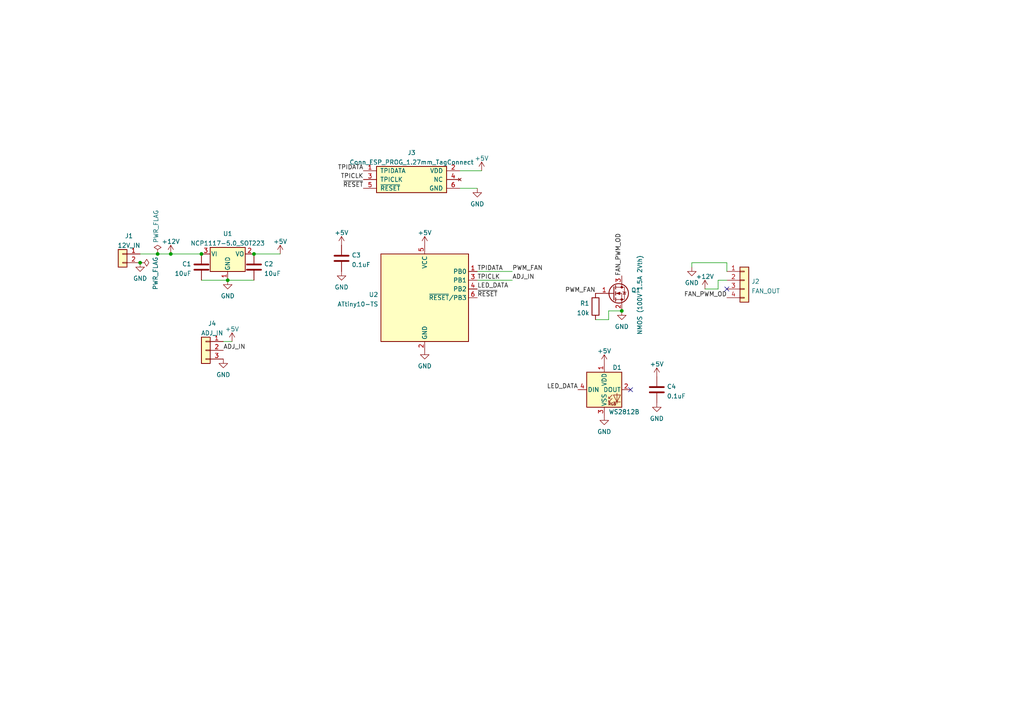
<source format=kicad_sch>
(kicad_sch (version 20210621) (generator eeschema)
  (paper "A4")
  (title_block (title "PWM Fan Controller") (date "2021-10-19") (rev "1") (company "GIE Design"))
  (lib_symbols
    (symbol "0-GIE_Connector_Debug1:Conn_TPI_PROG_1.27mm_TagConnect" (pin_names (offset 1.016))
      (property "Reference" "J3" (at 0 7.7766 0))
      (property "Value" "Conn_TPI_PROG_1.27mm_TagConnect" (at 0 5.0015 0))
      (symbol "Conn_TPI_PROG_1.27mm_TagConnect_1_1"
        (rectangle (start -10.16 3.81) (end 10.16 -3.81) (stroke (width 0.254)) (fill (type background)))
        (pin bidirectional line (at -13.97 2.54 0) (length 3.81) (name "TPIDATA") (number "1"))
        (pin power_in line (at 13.97 2.54 180) (length 3.81) (name "VDD") (number "2"))
        (pin output line (at -13.97 0 0) (length 3.81) (name "TPICLK") (number "3"))
        (pin no_connect line (at 13.97 0 180) (length 3.81) (name "NC") (number "4"))
        (pin output line (at -13.97 -2.54 0) (length 3.81) (name "~{RESET}") (number "5"))
        (pin power_in line (at 13.97 -2.54 180) (length 3.81) (name "GND") (number "6"))
      )
    )
    (symbol "0-GIE_SMD_Passive:C" (pin_numbers hide) (pin_names (offset 0.254))
      (property "Reference" "C" (at 0.635 2.54 0))
      (property "Value" "C" (at 0.635 -2.54 0))
      (symbol "C_0_1"
        (polyline (pts (xy -2.032 -0.762) (xy 2.032 -0.762)) (stroke (width 0.508)))
        (polyline (pts (xy -2.032 0.762) (xy 2.032 0.762)) (stroke (width 0.508)))
      )
      (symbol "C_1_1"
        (pin passive line (at 0 3.81 270) (length 2.794) (name "~") (number "1"))
        (pin passive line (at 0 -3.81 90) (length 2.794) (name "~") (number "2"))
      )
    )
    (symbol "Connector_Generic:Conn_01x02" (pin_names (offset 1.016) hide)
      (property "Reference" "J" (at 0 2.54 0))
      (property "Value" "Conn_01x02" (at 0 -5.08 0))
      (symbol "Conn_01x02_1_1"
        (rectangle (start -1.27 -2.413) (end 0 -2.667) (stroke (width 0.1524)))
        (rectangle (start -1.27 0.127) (end 0 -0.127) (stroke (width 0.1524)))
        (rectangle (start -1.27 1.27) (end 1.27 -3.81) (stroke (width 0.254)) (fill (type background)))
        (pin passive line (at -5.08 0 0) (length 3.81) (name "Pin_1") (number "1"))
        (pin passive line (at -5.08 -2.54 0) (length 3.81) (name "Pin_2") (number "2"))
      )
    )
    (symbol "Connector_Generic:Conn_01x03" (pin_names (offset 1.016) hide)
      (property "Reference" "J" (at 0 5.08 0))
      (property "Value" "Conn_01x03" (at 0 -5.08 0))
      (symbol "Conn_01x03_1_1"
        (rectangle (start -1.27 -2.413) (end 0 -2.667) (stroke (width 0.1524)))
        (rectangle (start -1.27 0.127) (end 0 -0.127) (stroke (width 0.1524)))
        (rectangle (start -1.27 2.667) (end 0 2.413) (stroke (width 0.1524)))
        (rectangle (start -1.27 3.81) (end 1.27 -3.81) (stroke (width 0.254)) (fill (type background)))
        (pin passive line (at -5.08 2.54 0) (length 3.81) (name "Pin_1") (number "1"))
        (pin passive line (at -5.08 0 0) (length 3.81) (name "Pin_2") (number "2"))
        (pin passive line (at -5.08 -2.54 0) (length 3.81) (name "Pin_3") (number "3"))
      )
    )
    (symbol "Connector_Generic:Conn_01x04" (pin_names (offset 1.016) hide)
      (property "Reference" "J" (at 0 5.08 0))
      (property "Value" "Conn_01x04" (at 0 -7.62 0))
      (symbol "Conn_01x04_1_1"
        (rectangle (start -1.27 -4.953) (end 0 -5.207) (stroke (width 0.1524)))
        (rectangle (start -1.27 -2.413) (end 0 -2.667) (stroke (width 0.1524)))
        (rectangle (start -1.27 0.127) (end 0 -0.127) (stroke (width 0.1524)))
        (rectangle (start -1.27 2.667) (end 0 2.413) (stroke (width 0.1524)))
        (rectangle (start -1.27 3.81) (end 1.27 -6.35) (stroke (width 0.254)) (fill (type background)))
        (pin passive line (at -5.08 2.54 0) (length 3.81) (name "Pin_1") (number "1"))
        (pin passive line (at -5.08 0 0) (length 3.81) (name "Pin_2") (number "2"))
        (pin passive line (at -5.08 -2.54 0) (length 3.81) (name "Pin_3") (number "3"))
        (pin passive line (at -5.08 -5.08 0) (length 3.81) (name "Pin_4") (number "4"))
      )
    )
    (symbol "Device:Q_NMOS_GSD" (pin_names (offset 0) hide)
      (property "Reference" "Q" (at 5.08 1.27 0))
      (property "Value" "Q_NMOS_GSD" (at 5.08 -1.27 0))
      (symbol "Q_NMOS_GSD_0_1"
        (circle (center 1.651 0) (radius 2.8194) (stroke (width 0.254)))
        (circle (center 2.54 -1.778) (radius 0.2794) (fill (type outline)))
        (circle (center 2.54 1.778) (radius 0.2794) (fill (type outline)))
        (polyline (pts (xy 0.0508 0) (xy 0.254 0)))
        (polyline (pts (xy 0.762 -1.778) (xy 2.54 -1.778)))
        (polyline (pts (xy 0.762 -1.27) (xy 0.762 -2.286)) (stroke (width 0.254)))
        (polyline (pts (xy 0.762 0) (xy 2.54 0)))
        (polyline (pts (xy 0.762 0.508) (xy 0.762 -0.508)) (stroke (width 0.254)))
        (polyline (pts (xy 0.762 1.778) (xy 2.54 1.778)))
        (polyline (pts (xy 0.762 2.286) (xy 0.762 1.27)) (stroke (width 0.254)))
        (polyline (pts (xy 2.54 -1.778) (xy 2.54 -2.54)))
        (polyline (pts (xy 2.54 -1.778) (xy 2.54 0)))
        (polyline (pts (xy 2.54 2.54) (xy 2.54 1.778)))
        (polyline (pts (xy 0.254 1.905) (xy 0.254 -1.905) (xy 0.254 -1.905)) (stroke (width 0.254)))
        (polyline (pts (xy 2.54 -1.778) (xy 3.302 -1.778) (xy 3.302 1.778) (xy 2.54 1.778)))
        (polyline (pts (xy 2.794 0.508) (xy 2.921 0.381) (xy 3.683 0.381) (xy 3.81 0.254)))
        (polyline (pts (xy 3.302 0.381) (xy 2.921 -0.254) (xy 3.683 -0.254) (xy 3.302 0.381)))
        (polyline (pts (xy 1.016 0) (xy 2.032 0.381) (xy 2.032 -0.381) (xy 1.016 0)) (fill (type outline)))
      )
      (symbol "Q_NMOS_GSD_1_1"
        (pin input line (at -5.08 0 0) (length 5.08) (name "G") (number "1"))
        (pin passive line (at 2.54 -5.08 90) (length 2.54) (name "S") (number "2"))
        (pin passive line (at 2.54 5.08 270) (length 2.54) (name "D") (number "3"))
      )
    )
    (symbol "Device:R" (pin_numbers hide) (pin_names (offset 0))
      (property "Reference" "R" (at 2.032 0 90))
      (property "Value" "R" (at 0 0 90))
      (symbol "R_0_1"
        (rectangle (start -1.016 -2.54) (end 1.016 2.54) (stroke (width 0.254)))
      )
      (symbol "R_1_1"
        (pin passive line (at 0 3.81 270) (length 1.27) (name "~") (number "1"))
        (pin passive line (at 0 -3.81 90) (length 1.27) (name "~") (number "2"))
      )
    )
    (symbol "LED:WS2812B" (pin_names (offset 0.254))
      (property "Reference" "D" (at 5.08 5.715 0))
      (property "Value" "WS2812B" (at 1.27 -5.715 0))
      (symbol "WS2812B_0_0"
        (text "RGB" (at 2.286 -4.191 0) (effects (font (size 0.762 0.762))))
      )
      (symbol "WS2812B_0_1"
        (rectangle (start 5.08 5.08) (end -5.08 -5.08) (stroke (width 0.254)) (fill (type background)))
        (polyline (pts (xy 1.27 -3.556) (xy 1.778 -3.556)))
        (polyline (pts (xy 1.27 -2.54) (xy 1.778 -2.54)))
        (polyline (pts (xy 4.699 -3.556) (xy 2.667 -3.556)))
        (polyline (pts (xy 2.286 -2.54) (xy 1.27 -3.556) (xy 1.27 -3.048)))
        (polyline (pts (xy 2.286 -1.524) (xy 1.27 -2.54) (xy 1.27 -2.032)))
        (polyline (pts (xy 3.683 -1.016) (xy 3.683 -3.556) (xy 3.683 -4.064)))
        (polyline (pts (xy 4.699 -1.524) (xy 2.667 -1.524) (xy 3.683 -3.556) (xy 4.699 -1.524)))
      )
      (symbol "WS2812B_1_1"
        (pin power_in line (at 0 7.62 270) (length 2.54) (name "VDD") (number "1"))
        (pin output line (at 7.62 0 180) (length 2.54) (name "DOUT") (number "2"))
        (pin power_in line (at 0 -7.62 90) (length 2.54) (name "VSS") (number "3"))
        (pin input line (at -7.62 0 0) (length 2.54) (name "DIN") (number "4"))
      )
    )
    (symbol "MCU_Microchip_ATtiny:ATtiny10-TS"
      (property "Reference" "U" (at -12.7 13.97 0))
      (property "Value" "ATtiny10-TS" (at 2.54 -13.97 0))
      (symbol "ATtiny10-TS_0_1"
        (rectangle (start -12.7 -12.7) (end 12.7 12.7) (stroke (width 0.254)) (fill (type background)))
      )
      (symbol "ATtiny10-TS_1_1"
        (pin tri_state line (at 15.24 7.62 180) (length 2.54) (name "PB0") (number "1"))
        (pin power_in line (at 0 -15.24 90) (length 2.54) (name "GND") (number "2"))
        (pin tri_state line (at 15.24 5.08 180) (length 2.54) (name "PB1") (number "3"))
        (pin tri_state line (at 15.24 2.54 180) (length 2.54) (name "PB2") (number "4"))
        (pin power_in line (at 0 15.24 270) (length 2.54) (name "VCC") (number "5"))
        (pin tri_state line (at 15.24 0 180) (length 2.54) (name "~{RESET}/PB3") (number "6"))
      )
    )
    (symbol "Regulator_Linear:NCP1117-5.0_SOT223" (pin_names (offset 0.254))
      (property "Reference" "U" (at -3.81 3.175 0))
      (property "Value" "NCP1117-5.0_SOT223" (at 0 3.175 0))
      (symbol "NCP1117-5.0_SOT223_0_1"
        (rectangle (start -5.08 -5.08) (end 5.08 1.905) (stroke (width 0.254)) (fill (type background)))
      )
      (symbol "NCP1117-5.0_SOT223_1_1"
        (pin power_in line (at 0 -7.62 90) (length 2.54) (name "GND") (number "1"))
        (pin power_out line (at 7.62 0 180) (length 2.54) (name "VO") (number "2"))
        (pin power_in line (at -7.62 0 0) (length 2.54) (name "VI") (number "3"))
      )
    )
    (symbol "power:+12V" (power) (pin_names (offset 0))
      (property "Value" "+12V" (at 0 3.556 0))
      (symbol "+12V_0_1"
        (polyline (pts (xy -0.762 1.27) (xy 0 2.54)))
        (polyline (pts (xy 0 0) (xy 0 2.54)))
        (polyline (pts (xy 0 2.54) (xy 0.762 1.27)))
      )
      (symbol "+12V_1_1"
        (pin power_in line (at 0 0 90) (length 0) hide (name "+12V") (number "1"))
      )
    )
    (symbol "power:+5V" (power) (pin_names (offset 0))
      (property "Value" "+5V" (at 0 3.556 0))
      (symbol "+5V_0_1"
        (polyline (pts (xy -0.762 1.27) (xy 0 2.54)))
        (polyline (pts (xy 0 0) (xy 0 2.54)))
        (polyline (pts (xy 0 2.54) (xy 0.762 1.27)))
      )
      (symbol "+5V_1_1"
        (pin power_in line (at 0 0 90) (length 0) hide (name "+5V") (number "1"))
      )
    )
    (symbol "power:GND" (power) (pin_names (offset 0))
      (property "Value" "GND" (at 0 -3.81 0))
      (symbol "GND_0_1"
        (polyline (pts (xy 0 0) (xy 0 -1.27) (xy 1.27 -1.27) (xy 0 -2.54) (xy -1.27 -1.27) (xy 0 -1.27)))
      )
      (symbol "GND_1_1"
        (pin power_in line (at 0 0 270) (length 0) hide (name "GND") (number "1"))
      )
    )
    (symbol "power:PWR_FLAG" (power) (pin_numbers hide) (pin_names (offset 0) hide)
      (property "Value" "PWR_FLAG" (at 0 3.81 0))
      (symbol "PWR_FLAG_0_0"
        (pin power_out line (at 0 0 90) (length 0) (name "pwr") (number "1"))
      )
      (symbol "PWR_FLAG_0_1"
        (polyline (pts (xy 0 0) (xy 0 1.27) (xy -1.016 1.905) (xy 0 2.54) (xy 1.016 1.905) (xy 0 1.27)))
      )
    )
  )
  (junction (at 40.64 76.2))
  (junction (at 45.72 73.66))
  (junction (at 49.53 73.66))
  (junction (at 58.42 73.66))
  (junction (at 66.04 81.28))
  (junction (at 73.66 73.66))
  (junction (at 180.34 90.17))
  (no_connect (at 182.88 113.03))
  (no_connect (at 210.82 83.82))
  (wire (pts (xy 40.64 73.66) (xy 45.72 73.66)))
  (wire (pts (xy 45.72 73.66) (xy 49.53 73.66)))
  (wire (pts (xy 49.53 73.66) (xy 58.42 73.66)))
  (wire (pts (xy 58.42 81.28) (xy 66.04 81.28)))
  (wire (pts (xy 64.77 99.06) (xy 67.31 99.06)))
  (wire (pts (xy 66.04 81.28) (xy 73.66 81.28)))
  (wire (pts (xy 73.66 73.66) (xy 81.28 73.66)))
  (wire (pts (xy 133.35 49.53) (xy 139.7 49.53)))
  (wire (pts (xy 133.35 54.61) (xy 138.43 54.61)))
  (wire (pts (xy 138.43 78.74) (xy 148.59 78.74)))
  (wire (pts (xy 138.43 81.28) (xy 148.59 81.28)))
  (wire (pts (xy 176.53 90.17) (xy 176.53 92.71)))
  (wire (pts (xy 176.53 92.71) (xy 172.72 92.71)))
  (wire (pts (xy 180.34 90.17) (xy 176.53 90.17)))
  (wire (pts (xy 200.66 76.2) (xy 200.66 77.47)))
  (wire (pts (xy 200.66 76.2) (xy 210.82 76.2)))
  (wire (pts (xy 204.47 83.82) (xy 208.28 83.82)))
  (wire (pts (xy 208.28 81.28) (xy 210.82 81.28)))
  (wire (pts (xy 208.28 83.82) (xy 208.28 81.28)))
  (wire (pts (xy 210.82 76.2) (xy 210.82 78.74)))
  (label "ADJ_IN" (at 64.77 101.6 0))
  (label "TPIDATA" (at 105.41 49.53 180))
  (label "TPICLK" (at 105.41 52.07 180))
  (label "~{RESET}" (at 105.41 54.61 180))
  (label "TPIDATA" (at 138.43 78.74 0))
  (label "TPICLK" (at 138.43 81.28 0))
  (label "LED_DATA" (at 138.43 83.82 0))
  (label "~{RESET}" (at 138.43 86.36 0))
  (label "PWM_FAN" (at 148.59 78.74 0))
  (label "ADJ_IN" (at 148.59 81.28 0))
  (label "LED_DATA" (at 167.64 113.03 180))
  (label "PWM_FAN" (at 172.72 85.09 180))
  (label "FAN_PWM_OD" (at 180.34 80.01 90))
  (label "FAN_PWM_OD" (at 210.82 86.36 180))
  (symbol (lib_id "power:+12V") (at 49.53 73.66 0) (unit 1)
    (property "Reference" "#PWR02" (effects hide))
    (property "Value" "+12V" (at 49.53 70.0554 0))
  )
  (symbol (lib_id "power:+5V") (at 67.31 99.06 0) (unit 1)
    (property "Reference" "#PWR05" (effects hide))
    (property "Value" "+5V" (at 67.31 95.4554 0))
  )
  (symbol (lib_id "power:+5V") (at 81.28 73.66 0) (unit 1)
    (property "Reference" "#PWR07" (effects hide))
    (property "Value" "+5V" (at 81.28 70.0554 0))
  )
  (symbol (lib_id "power:+5V") (at 99.06 71.12 0) (unit 1)
    (property "Reference" "#PWR010" (effects hide))
    (property "Value" "+5V" (at 99.06 67.5154 0))
  )
  (symbol (lib_id "power:+5V") (at 123.19 71.12 0) (unit 1)
    (property "Reference" "#PWR014" (effects hide))
    (property "Value" "+5V" (at 123.19 67.5154 0))
  )
  (symbol (lib_id "power:+5V") (at 139.7 49.53 0) (unit 1)
    (property "Reference" "#PWR015" (effects hide))
    (property "Value" "+5V" (at 139.7 45.9254 0))
  )
  (symbol (lib_id "power:+5V") (at 175.26 105.41 0) (unit 1)
    (property "Reference" "#PWR018" (effects hide))
    (property "Value" "+5V" (at 175.26 101.8054 0))
  )
  (symbol (lib_id "power:+5V") (at 190.5 109.22 0) (unit 1)
    (property "Reference" "#PWR016" (effects hide))
    (property "Value" "+5V" (at 190.5 105.6154 0))
  )
  (symbol (lib_id "power:+12V") (at 204.47 83.82 0) (unit 1)
    (property "Reference" "#PWR013" (effects hide))
    (property "Value" "+12V" (at 204.47 80.2154 0))
  )
  (symbol (lib_id "power:PWR_FLAG") (at 40.64 76.2 270) (unit 1)
    (property "Reference" "#FLG02" (effects hide))
    (property "Value" "PWR_FLAG" (at 45.085 74.451 0) (effects (justify left)))
  )
  (symbol (lib_id "power:PWR_FLAG") (at 45.72 73.66 0) (unit 1)
    (property "Reference" "#FLG01" (effects hide))
    (property "Value" "PWR_FLAG" (at 45.241 70.485 90) (effects (justify left)))
  )
  (symbol (lib_id "power:GND") (at 40.64 76.2 0) (unit 1)
    (property "Reference" "#PWR01" (effects hide))
    (property "Value" "GND" (at 40.64 80.7626 0))
  )
  (symbol (lib_id "power:GND") (at 64.77 104.14 0) (unit 1)
    (property "Reference" "#PWR04" (effects hide))
    (property "Value" "GND" (at 64.77 108.7026 0))
  )
  (symbol (lib_id "power:GND") (at 66.04 81.28 0) (unit 1)
    (property "Reference" "#PWR03" (effects hide))
    (property "Value" "GND" (at 66.04 85.8426 0))
  )
  (symbol (lib_id "power:GND") (at 99.06 78.74 0) (unit 1)
    (property "Reference" "#PWR06" (effects hide))
    (property "Value" "GND" (at 99.06 83.3026 0))
  )
  (symbol (lib_id "power:GND") (at 123.19 101.6 0) (unit 1)
    (property "Reference" "#PWR08" (effects hide))
    (property "Value" "GND" (at 123.19 106.1626 0))
  )
  (symbol (lib_id "power:GND") (at 138.43 54.61 0) (unit 1)
    (property "Reference" "#PWR09" (effects hide))
    (property "Value" "GND" (at 138.43 59.1726 0))
  )
  (symbol (lib_id "power:GND") (at 175.26 120.65 0) (unit 1)
    (property "Reference" "#PWR019" (effects hide))
    (property "Value" "GND" (at 175.26 125.2126 0))
  )
  (symbol (lib_id "power:GND") (at 180.34 90.17 0) (unit 1)
    (property "Reference" "#PWR011" (effects hide))
    (property "Value" "GND" (at 180.34 94.7326 0))
  )
  (symbol (lib_id "power:GND") (at 190.5 116.84 0) (unit 1)
    (property "Reference" "#PWR017" (effects hide))
    (property "Value" "GND" (at 190.5 121.4026 0))
  )
  (symbol (lib_id "power:GND") (at 200.66 77.47 0) (unit 1)
    (property "Reference" "#PWR012" (effects hide))
    (property "Value" "GND" (at 200.66 82.0326 0))
  )
  (symbol (lib_id "Device:R") (at 172.72 88.9 0) (mirror x) (unit 1)
    (property "Reference" "R1" (at 170.942 87.9915 0) (effects (justify right)))
    (property "Value" "10k" (at 170.942 90.7666 0) (effects (justify right)))
    (property "Footprint" "Resistor_SMD:R_0603_1608Metric" (effects hide))
  )
  (symbol (lib_id "Connector_Generic:Conn_01x02") (at 35.56 73.66 0) (mirror y) (unit 1)
    (property "Reference" "J1" (at 37.4015 68.4234 0))
    (property "Value" "12V_IN" (at 37.4015 71.1985 0))
    (property "Footprint" "0 - GIE Connectors, Terminal Blocks:conn_edge_PTH_2.54mm_2x5_02" (effects hide))
  )
  (symbol (lib_id "0-GIE_SMD_Passive:C") (at 58.42 77.47 0) (mirror x) (unit 1)
    (property "Reference" "C1" (at 55.499 76.5615 0) (effects (justify right)))
    (property "Value" "10uF" (at 55.499 79.3366 0) (effects (justify right)))
    (property "Footprint" "Capacitor_SMD:C_0805_2012Metric" (effects hide))
  )
  (symbol (lib_id "0-GIE_SMD_Passive:C") (at 73.66 77.47 0) (unit 1)
    (property "Reference" "C2" (at 76.5811 76.5615 0) (effects (justify left)))
    (property "Value" "10uF" (at 76.5811 79.3366 0) (effects (justify left)))
    (property "Footprint" "Capacitor_SMD:C_0805_2012Metric" (effects hide))
  )
  (symbol (lib_id "0-GIE_SMD_Passive:C") (at 99.06 74.93 0) (unit 1)
    (property "Reference" "C3" (at 101.9811 74.0215 0) (effects (justify left)))
    (property "Value" "0.1uF" (at 101.9811 76.7966 0) (effects (justify left)))
    (property "Footprint" "Capacitor_SMD:C_0603_1608Metric" (effects hide))
  )
  (symbol (lib_id "0-GIE_SMD_Passive:C") (at 190.5 113.03 0) (unit 1)
    (property "Reference" "C4" (at 193.4211 112.1215 0) (effects (justify left)))
    (property "Value" "0.1uF" (at 193.4211 114.8966 0) (effects (justify left)))
    (property "Footprint" "Capacitor_SMD:C_0603_1608Metric" (effects hide))
  )
  (symbol (lib_id "Connector_Generic:Conn_01x03") (at 59.69 101.6 0) (mirror y) (unit 1)
    (property "Reference" "J4" (at 61.5315 93.8234 0))
    (property "Value" "ADJ_IN" (at 61.5315 96.5985 0))
    (property "Footprint" "0 - GIE Connectors, Terminal Blocks:conn_edge_PTH_2.54mm_2x5_03" (effects hide))
  )
  (symbol (lib_id "Connector_Generic:Conn_01x04") (at 215.9 81.28 0) (unit 1)
    (property "Reference" "J2" (at 217.9321 81.6415 0) (effects (justify left)))
    (property "Value" "FAN_OUT" (at 217.9321 84.4166 0) (effects (justify left)))
    (property "Footprint" "0 - GIE Connectors, Terminal Blocks:conn_edge_PTH_2.54mm_2x5_04" (effects hide))
  )
  (symbol (lib_id "Device:Q_NMOS_GSD") (at 177.8 85.09 0) (unit 1)
    (property "Reference" "Q1" (at 183.0325 84.1815 0) (effects (justify left)))
    (property "Value" "NMOS (100V 1.5A 2Vth)" (at 185.5725 97.1166 90) (effects (justify left)))
    (property "Footprint" "Package_TO_SOT_SMD:SOT-89-3" (effects hide))
  )
  (symbol (lib_id "Regulator_Linear:NCP1117-5.0_SOT223") (at 66.04 73.66 0) (unit 1)
    (property "Reference" "U1" (at 66.04 67.7884 0))
    (property "Value" "NCP1117-5.0_SOT223" (at 66.04 70.5635 0))
    (property "Footprint" "Package_TO_SOT_SMD:SOT-223-3_TabPin2" (effects hide))
    (property "Datasheet" "http://www.onsemi.com/pub_link/Collateral/NCP1117-D.PDF" (effects hide))
  )
  (symbol (lib_id "0-GIE_Connector_Debug1:Conn_TPI_PROG_1.27mm_TagConnect") (at 119.38 52.07 0) (unit 1)
    (property "Reference" "J3" (at 119.38 44.2934 0))
    (property "Value" "Conn_ESP_PROG_1.27mm_TagConnect" (at 119.38 47.0685 0))
    (property "Footprint" "Connector:Tag-Connect_TC2030-IDC-NL_2x03_P1.27mm_Vertical" (effects hide))
  )
  (symbol (lib_id "LED:WS2812B") (at 175.26 113.03 0) (unit 1)
    (property "Reference" "D1" (at 180.34 107.315 0) (effects (justify right bottom)))
    (property "Value" "WS2812B" (at 176.53 118.745 0) (effects (justify left top)))
    (property "Footprint" "LED_SMD:LED_WS2812B_PLCC4_5.0x5.0mm_P3.2mm" (effects hide))
    (property "Datasheet" "https://cdn-shop.adafruit.com/datasheets/WS2812B.pdf" (effects hide))
  )
  (symbol (lib_id "MCU_Microchip_ATtiny:ATtiny10-TS") (at 123.19 86.36 0) (unit 1)
    (property "Reference" "U2" (at 109.728 85.4515 0) (effects (justify right)))
    (property "Value" "ATtiny10-TS" (at 109.728 88.2266 0) (effects (justify right)))
    (property "Footprint" "Package_TO_SOT_SMD:SOT-23-6" (effects hide))
    (property "Datasheet" "http://ww1.microchip.com/downloads/en/DeviceDoc/Atmel-8127-AVR-8-bit-Microcontroller-ATtiny4-ATtiny5-ATtiny9-ATtiny10_Datasheet.pdf" (effects hide))
  )
)
</source>
